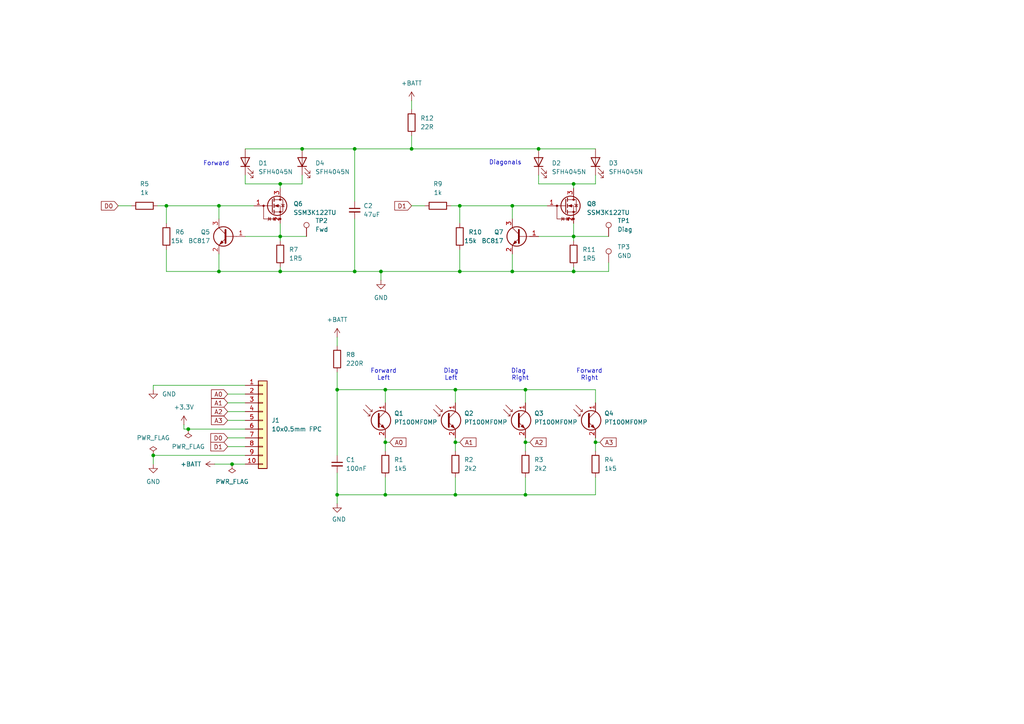
<source format=kicad_sch>
(kicad_sch (version 20250114) (generator "eeschema") (generator_version "9.0")
  (paper "A4")
  (lib_symbols
    (symbol "Connector:TestPoint" (pin_numbers (hide yes)) (pin_names (offset 0.762) (hide yes))
      (property "Reference" "TP" (at 0 6.858 0))
      (property "Value" "TestPoint" (at 0 5.08 0))
      (symbol "TestPoint_0_1"
        (circle (center 0 3.302) (radius 0.762))
      )
      (symbol "TestPoint_1_1"
        (pin passive line (at 0 0 90) (length 2.54) (name "1") (number "1"))
      )
    )
    (symbol "Connector_Generic:Conn_01x10" (pin_names (offset 1.016) (hide yes))
      (property "Reference" "J" (at 0 12.7 0))
      (property "Value" "Conn_01x10" (at 0 -15.24 0))
      (symbol "Conn_01x10_1_1"
        (rectangle (start -1.27 11.43) (end 1.27 -13.97) (stroke (width 0.254)) (fill (type background)))
        (rectangle (start -1.27 10.287) (end 0 10.033) (stroke (width 0.1524)))
        (rectangle (start -1.27 7.747) (end 0 7.493) (stroke (width 0.1524)))
        (rectangle (start -1.27 5.207) (end 0 4.953) (stroke (width 0.1524)))
        (rectangle (start -1.27 2.667) (end 0 2.413) (stroke (width 0.1524)))
        (rectangle (start -1.27 0.127) (end 0 -0.127) (stroke (width 0.1524)))
        (rectangle (start -1.27 -2.413) (end 0 -2.667) (stroke (width 0.1524)))
        (rectangle (start -1.27 -4.953) (end 0 -5.207) (stroke (width 0.1524)))
        (rectangle (start -1.27 -7.493) (end 0 -7.747) (stroke (width 0.1524)))
        (rectangle (start -1.27 -10.033) (end 0 -10.287) (stroke (width 0.1524)))
        (rectangle (start -1.27 -12.573) (end 0 -12.827) (stroke (width 0.1524)))
        (pin passive line (at -5.08 10.16 0) (length 3.81) (name "Pin_1") (number "1"))
        (pin passive line (at -5.08 7.62 0) (length 3.81) (name "Pin_2") (number "2"))
        (pin passive line (at -5.08 5.08 0) (length 3.81) (name "Pin_3") (number "3"))
        (pin passive line (at -5.08 2.54 0) (length 3.81) (name "Pin_4") (number "4"))
        (pin passive line (at -5.08 0 0) (length 3.81) (name "Pin_5") (number "5"))
        (pin passive line (at -5.08 -2.54 0) (length 3.81) (name "Pin_6") (number "6"))
        (pin passive line (at -5.08 -5.08 0) (length 3.81) (name "Pin_7") (number "7"))
        (pin passive line (at -5.08 -7.62 0) (length 3.81) (name "Pin_8") (number "8"))
        (pin passive line (at -5.08 -10.16 0) (length 3.81) (name "Pin_9") (number "9"))
        (pin passive line (at -5.08 -12.7 0) (length 3.81) (name "Pin_10") (number "10"))
      )
    )
    (symbol "Device:C_Small" (pin_numbers (hide yes)) (pin_names (offset 0.254) (hide yes))
      (property "Reference" "C" (at 0.254 1.778 0))
      (property "Value" "C_Small" (at 0.254 -2.032 0))
      (symbol "C_Small_0_1"
        (polyline (pts (xy -1.524 0.508) (xy 1.524 0.508)) (stroke (width 0.3048)))
        (polyline (pts (xy -1.524 -0.508) (xy 1.524 -0.508)) (stroke (width 0.3302)))
      )
      (symbol "C_Small_1_1"
        (pin passive line (at 0 2.54 270) (length 2.032) (name "~") (number "1"))
        (pin passive line (at 0 -2.54 90) (length 2.032) (name "~") (number "2"))
      )
    )
    (symbol "Device:R" (pin_numbers (hide yes)) (pin_names (offset 0))
      (property "Reference" "R" (at 2.032 0 90))
      (property "Value" "R" (at 0 0 90))
      (symbol "R_0_1"
        (rectangle (start -1.016 -2.54) (end 1.016 2.54) (stroke (width 0.254)))
      )
      (symbol "R_1_1"
        (pin passive line (at 0 3.81 270) (length 1.27) (name "~") (number "1"))
        (pin passive line (at 0 -3.81 90) (length 1.27) (name "~") (number "2"))
      )
    )
    (symbol "LED:IR26-21C_L110_TR8" (pin_numbers (hide yes)) (pin_names (offset 1.016) (hide yes))
      (property "Reference" "D" (at 0 2.54 0))
      (property "Value" "IR26-21C_L110_TR8" (at 0 -3.81 0))
      (symbol "IR26-21C_L110_TR8_0_1"
        (polyline (pts (xy -3.048 -0.762) (xy -4.572 -2.286) (xy -3.81 -2.286) (xy -4.572 -2.286) (xy -4.572 -1.524)))
        (polyline (pts (xy -1.778 -0.762) (xy -3.302 -2.286) (xy -2.54 -2.286) (xy -3.302 -2.286) (xy -3.302 -1.524)))
        (polyline (pts (xy -1.27 0) (xy 1.27 0)))
        (polyline (pts (xy -1.27 -1.27) (xy -1.27 1.27)) (stroke (width 0.254)))
        (polyline (pts (xy 1.27 -1.27) (xy 1.27 1.27) (xy -1.27 0) (xy 1.27 -1.27)) (stroke (width 0.254)))
      )
      (symbol "IR26-21C_L110_TR8_1_1"
        (pin passive line (at -3.81 0 0) (length 2.54) (name "K") (number "1"))
        (pin passive line (at 3.81 0 180) (length 2.54) (name "A") (number "2"))
      )
    )
    (symbol "Sensor_Optical:BPW40" (pin_names (offset 0) (hide yes))
      (property "Reference" "Q" (at 5.08 1.27 0))
      (property "Value" "BPW40" (at 5.08 -1.27 0))
      (symbol "BPW40_0_1"
        (polyline (pts (xy -3.81 3.175) (xy -1.905 1.27) (xy -1.905 1.905)))
        (polyline (pts (xy -3.175 4.445) (xy -1.27 2.54) (xy -1.27 3.175)))
        (polyline (pts (xy -1.905 1.27) (xy -2.54 1.27)))
        (polyline (pts (xy -1.27 2.54) (xy -1.905 2.54)))
        (polyline (pts (xy 0.635 1.905) (xy 0.635 -1.905)) (stroke (width 0.508)))
        (polyline (pts (xy 0.635 0.635) (xy 2.54 2.54)))
        (polyline (pts (xy 0.635 -0.635) (xy 2.54 -2.54)))
        (circle (center 1.27 0) (radius 2.8194) (stroke (width 0.254)))
        (polyline (pts (xy 1.27 -1.778) (xy 1.778 -1.27) (xy 2.286 -2.286) (xy 1.27 -1.778)) (fill (type outline)))
      )
      (symbol "BPW40_1_1"
        (pin passive line (at 2.54 5.08 270) (length 2.54) (name "C") (number "1"))
        (pin passive line (at 2.54 -5.08 90) (length 2.54) (name "E") (number "2"))
      )
    )
    (symbol "Transistor_BJT:BC817" (pin_names (offset 0) (hide yes))
      (property "Reference" "Q" (at 5.08 1.905 0))
      (property "Value" "BC817" (at 5.08 0 0))
      (symbol "BC817_0_1"
        (polyline (pts (xy -2.54 0) (xy 0.635 0)))
        (polyline (pts (xy 0.635 1.905) (xy 0.635 -1.905)) (stroke (width 0.508)))
        (circle (center 1.27 0) (radius 2.8194) (stroke (width 0.254)))
      )
      (symbol "BC817_1_1"
        (polyline (pts (xy 0.635 0.635) (xy 2.54 2.54)))
        (polyline (pts (xy 0.635 -0.635) (xy 2.54 -2.54)))
        (polyline (pts (xy 1.27 -1.778) (xy 1.778 -1.27) (xy 2.286 -2.286) (xy 1.27 -1.778)) (fill (type outline)))
        (pin input line (at -5.08 0 0) (length 2.54) (name "B") (number "1"))
        (pin passive line (at 2.54 5.08 270) (length 2.54) (name "C") (number "3"))
        (pin passive line (at 2.54 -5.08 90) (length 2.54) (name "E") (number "2"))
      )
    )
    (symbol "Transistor_FET:DMG1012T" (pin_names (offset 0) (hide yes))
      (property "Reference" "Q" (at 5.08 1.905 0))
      (property "Value" "DMG1012T" (at 5.08 0 0))
      (symbol "DMG1012T_0_1"
        (polyline (pts (xy 2.54 -3.81) (xy -2.286 -3.81) (xy -2.286 0)))
      )
      (symbol "DMG1012T_1_1"
        (circle (center -2.286 0) (radius 0.254) (fill (type outline)))
        (polyline (pts (xy -1.016 -4.318) (xy -0.889 -4.191) (xy -0.889 -3.429) (xy -0.762 -3.302)))
        (polyline (pts (xy -0.889 -3.81) (xy -0.254 -4.191) (xy -0.254 -3.429) (xy -0.889 -3.81)))
        (polyline (pts (xy 0.254 1.905) (xy 0.254 -1.905)) (stroke (width 0.254)))
        (polyline (pts (xy 0.254 0) (xy -2.54 0)))
        (polyline (pts (xy 0.762 2.286) (xy 0.762 1.27)) (stroke (width 0.254)))
        (polyline (pts (xy 0.762 0.508) (xy 0.762 -0.508)) (stroke (width 0.254)))
        (polyline (pts (xy 0.762 -1.27) (xy 0.762 -2.286)) (stroke (width 0.254)))
        (polyline (pts (xy 0.762 -1.778) (xy 3.302 -1.778) (xy 3.302 1.778) (xy 0.762 1.778)))
        (polyline (pts (xy 1.016 0) (xy 2.032 0.381) (xy 2.032 -0.381) (xy 1.016 0)) (fill (type outline)))
        (polyline (pts (xy 1.143 -3.81) (xy 0.508 -3.429) (xy 0.508 -4.191) (xy 1.143 -3.81)))
        (polyline (pts (xy 1.27 -3.302) (xy 1.143 -3.429) (xy 1.143 -4.191) (xy 1.016 -4.318)))
        (circle (center 1.651 0) (radius 2.794) (stroke (width 0.254)))
        (polyline (pts (xy 2.54 2.54) (xy 2.54 1.778)))
        (circle (center 2.54 1.778) (radius 0.254) (fill (type outline)))
        (circle (center 2.54 -1.778) (radius 0.254) (fill (type outline)))
        (polyline (pts (xy 2.54 -2.54) (xy 2.54 0) (xy 0.762 0)))
        (circle (center 2.54 -3.81) (radius 0.254) (fill (type outline)))
        (polyline (pts (xy 2.794 0.508) (xy 2.921 0.381) (xy 3.683 0.381) (xy 3.81 0.254)))
        (polyline (pts (xy 3.302 0.381) (xy 2.921 -0.254) (xy 3.683 -0.254) (xy 3.302 0.381)))
        (pin input line (at -5.08 0 0) (length 2.54) (name "G") (number "1"))
        (pin passive line (at 2.54 5.08 270) (length 2.54) (name "D") (number "3"))
        (pin passive line (at 2.54 -5.08 90) (length 2.54) (name "S") (number "2"))
      )
    )
    (symbol "power:+3.3V" (power) (pin_numbers (hide yes)) (pin_names (offset 0) (hide yes))
      (property "Value" "+3.3V" (at 0 3.556 0))
      (symbol "+3.3V_0_1"
        (polyline (pts (xy -0.762 1.27) (xy 0 2.54)))
        (polyline (pts (xy 0 2.54) (xy 0.762 1.27)))
        (polyline (pts (xy 0 0) (xy 0 2.54)))
      )
      (symbol "+3.3V_1_1"
        (pin power_in line (at 0 0 90) (length 0) (name "~") (number "1"))
      )
    )
    (symbol "power:+BATT" (power) (pin_numbers (hide yes)) (pin_names (offset 0) (hide yes))
      (property "Value" "+BATT" (at 0 3.556 0))
      (symbol "+BATT_0_1"
        (polyline (pts (xy -0.762 1.27) (xy 0 2.54)))
        (polyline (pts (xy 0 2.54) (xy 0.762 1.27)))
        (polyline (pts (xy 0 0) (xy 0 2.54)))
      )
      (symbol "+BATT_1_1"
        (pin power_in line (at 0 0 90) (length 0) (name "~") (number "1"))
      )
    )
    (symbol "power:GND" (power) (pin_numbers (hide yes)) (pin_names (offset 0) (hide yes))
      (property "Value" "GND" (at 0 -3.81 0))
      (symbol "GND_0_1"
        (polyline (pts (xy 0 0) (xy 0 -1.27) (xy 1.27 -1.27) (xy 0 -2.54) (xy -1.27 -1.27) (xy 0 -1.27)))
      )
      (symbol "GND_1_1"
        (pin power_in line (at 0 0 270) (length 0) (name "~") (number "1"))
      )
    )
    (symbol "power:GNDA" (power) (pin_numbers (hide yes)) (pin_names (offset 0) (hide yes))
      (property "Value" "GNDA" (at 0 -3.81 0))
      (symbol "GNDA_0_1"
        (polyline (pts (xy 0 0) (xy 0 -1.27) (xy 1.27 -1.27) (xy 0 -2.54) (xy -1.27 -1.27) (xy 0 -1.27)))
      )
      (symbol "GNDA_1_1"
        (pin power_in line (at 0 0 270) (length 0) (name "~") (number "1"))
      )
    )
    (symbol "power:PWR_FLAG" (power) (pin_numbers (hide yes)) (pin_names (offset 0) (hide yes))
      (property "Value" "PWR_FLAG" (at 0 3.81 0))
      (symbol "PWR_FLAG_0_0"
        (pin power_out line (at 0 0 90) (length 0) (name "~") (number "1"))
      )
      (symbol "PWR_FLAG_0_1"
        (polyline (pts (xy 0 0) (xy 0 1.27) (xy -1.016 1.905) (xy 0 2.54) (xy 1.016 1.905) (xy 0 1.27)))
      )
    )
  )
  (text "Forward\nLeft" (at 111.252 108.712 0) (effects (font (size 1.27 1.27))))
  (text "Diag \nRight" (at 150.876 108.712 0) (effects (font (size 1.27 1.27))))
  (text "Diag\nLeft" (at 130.81 108.712 0) (effects (font (size 1.27 1.27))))
  (text "Diagonals" (at 146.558 47.244 0) (effects (font (size 1.27 1.27))))
  (text "Forward" (at 62.738 47.498 0) (effects (font (size 1.27 1.27))))
  (text "Forward\nRight" (at 170.942 108.712 0) (effects (font (size 1.27 1.27))))
  (junction (at 48.26 59.69))
  (junction (at 152.4 143.51))
  (junction (at 166.37 53.34))
  (junction (at 44.45 132.08))
  (junction (at 63.5 59.69))
  (junction (at 81.28 53.34))
  (junction (at 152.4 113.03))
  (junction (at 97.79 143.51))
  (junction (at 81.28 78.74))
  (junction (at 156.21 43.18))
  (junction (at 102.87 78.74))
  (junction (at 132.08 143.51))
  (junction (at 111.76 128.27))
  (junction (at 111.76 113.03))
  (junction (at 111.76 143.51))
  (junction (at 63.5 78.74))
  (junction (at 102.87 43.18))
  (junction (at 172.72 128.27))
  (junction (at 133.35 78.74))
  (junction (at 166.37 78.74))
  (junction (at 54.61 124.46))
  (junction (at 132.08 128.27))
  (junction (at 97.79 113.03))
  (junction (at 110.49 78.74))
  (junction (at 119.38 43.18))
  (junction (at 166.37 68.58))
  (junction (at 148.59 59.69))
  (junction (at 132.08 113.03))
  (junction (at 81.28 68.58))
  (junction (at 67.31 134.62))
  (junction (at 152.4 128.27))
  (junction (at 87.63 43.18))
  (junction (at 148.59 78.74))
  (junction (at 133.35 59.69))
  (wire (pts (xy 156.21 43.18) (xy 172.72 43.18)))
  (wire (pts (xy 110.49 78.74) (xy 133.35 78.74)))
  (wire (pts (xy 111.76 138.43) (xy 111.76 143.51)))
  (wire (pts (xy 63.5 59.69) (xy 48.26 59.69)))
  (wire (pts (xy 81.28 68.58) (xy 88.9 68.58)))
  (wire (pts (xy 48.26 59.69) (xy 48.26 64.77)))
  (wire (pts (xy 44.45 111.76) (xy 44.45 113.03)))
  (wire (pts (xy 110.49 81.28) (xy 110.49 78.74)))
  (wire (pts (xy 97.79 113.03) (xy 97.79 132.08)))
  (wire (pts (xy 111.76 113.03) (xy 111.76 116.84)))
  (wire (pts (xy 172.72 128.27) (xy 172.72 127)))
  (wire (pts (xy 148.59 78.74) (xy 166.37 78.74)))
  (wire (pts (xy 152.4 143.51) (xy 172.72 143.51)))
  (wire (pts (xy 133.35 72.39) (xy 133.35 78.74)))
  (wire (pts (xy 66.04 119.38) (xy 71.12 119.38)))
  (wire (pts (xy 156.21 53.34) (xy 156.21 50.8)))
  (wire (pts (xy 66.04 127) (xy 71.12 127)))
  (wire (pts (xy 166.37 64.77) (xy 166.37 68.58)))
  (wire (pts (xy 172.72 138.43) (xy 172.72 143.51)))
  (wire (pts (xy 81.28 64.77) (xy 81.28 68.58)))
  (wire (pts (xy 132.08 128.27) (xy 132.08 127)))
  (wire (pts (xy 102.87 43.18) (xy 119.38 43.18)))
  (wire (pts (xy 111.76 128.27) (xy 111.76 127)))
  (wire (pts (xy 45.72 59.69) (xy 48.26 59.69)))
  (wire (pts (xy 63.5 78.74) (xy 81.28 78.74)))
  (wire (pts (xy 119.38 29.21) (xy 119.38 31.75)))
  (wire (pts (xy 176.53 78.74) (xy 166.37 78.74)))
  (wire (pts (xy 148.59 59.69) (xy 148.59 63.5)))
  (wire (pts (xy 111.76 130.81) (xy 111.76 128.27)))
  (wire (pts (xy 172.72 50.8) (xy 172.72 53.34)))
  (wire (pts (xy 63.5 59.69) (xy 63.5 63.5)))
  (wire (pts (xy 62.23 134.62) (xy 67.31 134.62)))
  (wire (pts (xy 132.08 113.03) (xy 152.4 113.03)))
  (wire (pts (xy 152.4 113.03) (xy 172.72 113.03)))
  (wire (pts (xy 172.72 130.81) (xy 172.72 128.27)))
  (wire (pts (xy 97.79 107.95) (xy 97.79 113.03)))
  (wire (pts (xy 158.75 59.69) (xy 148.59 59.69)))
  (wire (pts (xy 97.79 146.05) (xy 97.79 143.51)))
  (wire (pts (xy 133.35 59.69) (xy 133.35 64.77)))
  (wire (pts (xy 119.38 59.69) (xy 123.19 59.69)))
  (wire (pts (xy 133.35 128.27) (xy 132.08 128.27)))
  (wire (pts (xy 87.63 50.8) (xy 87.63 53.34)))
  (wire (pts (xy 133.35 78.74) (xy 148.59 78.74)))
  (wire (pts (xy 54.61 124.46) (xy 71.12 124.46)))
  (wire (pts (xy 71.12 53.34) (xy 71.12 50.8)))
  (wire (pts (xy 148.59 59.69) (xy 133.35 59.69)))
  (wire (pts (xy 132.08 113.03) (xy 132.08 116.84)))
  (wire (pts (xy 132.08 138.43) (xy 132.08 143.51)))
  (wire (pts (xy 172.72 113.03) (xy 172.72 116.84)))
  (wire (pts (xy 132.08 130.81) (xy 132.08 128.27)))
  (wire (pts (xy 66.04 114.3) (xy 71.12 114.3)))
  (wire (pts (xy 81.28 77.47) (xy 81.28 78.74)))
  (wire (pts (xy 166.37 53.34) (xy 156.21 53.34)))
  (wire (pts (xy 71.12 43.18) (xy 87.63 43.18)))
  (wire (pts (xy 48.26 78.74) (xy 63.5 78.74)))
  (wire (pts (xy 152.4 128.27) (xy 152.4 127)))
  (wire (pts (xy 71.12 111.76) (xy 44.45 111.76)))
  (wire (pts (xy 102.87 63.5) (xy 102.87 78.74)))
  (wire (pts (xy 67.31 134.62) (xy 71.12 134.62)))
  (wire (pts (xy 132.08 143.51) (xy 152.4 143.51)))
  (wire (pts (xy 97.79 137.16) (xy 97.79 143.51)))
  (wire (pts (xy 87.63 53.34) (xy 81.28 53.34)))
  (wire (pts (xy 66.04 116.84) (xy 71.12 116.84)))
  (wire (pts (xy 152.4 113.03) (xy 152.4 116.84)))
  (wire (pts (xy 166.37 53.34) (xy 166.37 54.61)))
  (wire (pts (xy 148.59 73.66) (xy 148.59 78.74)))
  (wire (pts (xy 34.29 59.69) (xy 38.1 59.69)))
  (wire (pts (xy 153.67 128.27) (xy 152.4 128.27)))
  (wire (pts (xy 81.28 68.58) (xy 81.28 69.85)))
  (wire (pts (xy 53.34 124.46) (xy 54.61 124.46)))
  (wire (pts (xy 44.45 134.62) (xy 44.45 132.08)))
  (wire (pts (xy 66.04 129.54) (xy 71.12 129.54)))
  (wire (pts (xy 152.4 130.81) (xy 152.4 128.27)))
  (wire (pts (xy 71.12 68.58) (xy 81.28 68.58)))
  (wire (pts (xy 166.37 68.58) (xy 166.37 69.85)))
  (wire (pts (xy 87.63 43.18) (xy 102.87 43.18)))
  (wire (pts (xy 119.38 39.37) (xy 119.38 43.18)))
  (wire (pts (xy 111.76 113.03) (xy 132.08 113.03)))
  (wire (pts (xy 63.5 73.66) (xy 63.5 78.74)))
  (wire (pts (xy 156.21 68.58) (xy 166.37 68.58)))
  (wire (pts (xy 173.99 128.27) (xy 172.72 128.27)))
  (wire (pts (xy 97.79 143.51) (xy 111.76 143.51)))
  (wire (pts (xy 172.72 53.34) (xy 166.37 53.34)))
  (wire (pts (xy 111.76 143.51) (xy 132.08 143.51)))
  (wire (pts (xy 113.03 128.27) (xy 111.76 128.27)))
  (wire (pts (xy 44.45 132.08) (xy 71.12 132.08)))
  (wire (pts (xy 166.37 77.47) (xy 166.37 78.74)))
  (wire (pts (xy 166.37 68.58) (xy 176.53 68.58)))
  (wire (pts (xy 73.66 59.69) (xy 63.5 59.69)))
  (wire (pts (xy 119.38 43.18) (xy 156.21 43.18)))
  (wire (pts (xy 176.53 76.2) (xy 176.53 78.74)))
  (wire (pts (xy 97.79 97.79) (xy 97.79 100.33)))
  (wire (pts (xy 48.26 72.39) (xy 48.26 78.74)))
  (wire (pts (xy 97.79 113.03) (xy 111.76 113.03)))
  (wire (pts (xy 110.49 78.74) (xy 102.87 78.74)))
  (wire (pts (xy 130.81 59.69) (xy 133.35 59.69)))
  (wire (pts (xy 102.87 58.42) (xy 102.87 43.18)))
  (wire (pts (xy 81.28 53.34) (xy 81.28 54.61)))
  (wire (pts (xy 66.04 121.92) (xy 71.12 121.92)))
  (wire (pts (xy 152.4 138.43) (xy 152.4 143.51)))
  (wire (pts (xy 53.34 123.19) (xy 53.34 124.46)))
  (wire (pts (xy 81.28 78.74) (xy 102.87 78.74)))
  (wire (pts (xy 81.28 53.34) (xy 71.12 53.34)))
  (global_label "A0" (shape input) (at 113.03 128.27 0) (property "Intersheetrefs" "${INTERSHEET_REFS}" (effects (hide yes))))
  (global_label "A3" (shape input) (at 173.99 128.27 0) (property "Intersheetrefs" "${INTERSHEET_REFS}" (effects (hide yes))))
  (global_label "D1" (shape input) (at 119.38 59.69 180) (property "Intersheetrefs" "${INTERSHEET_REFS}" (effects (hide yes))))
  (global_label "A2" (shape input) (at 66.04 119.38 180) (property "Intersheetrefs" "${INTERSHEET_REFS}" (effects (hide yes))))
  (global_label "A2" (shape input) (at 153.67 128.27 0) (property "Intersheetrefs" "${INTERSHEET_REFS}" (effects (hide yes))))
  (global_label "D1" (shape input) (at 66.04 129.54 180) (property "Intersheetrefs" "${INTERSHEET_REFS}" (effects (hide yes))))
  (global_label "A0" (shape input) (at 66.04 114.3 180) (property "Intersheetrefs" "${INTERSHEET_REFS}" (effects (hide yes))))
  (global_label "A1" (shape input) (at 133.35 128.27 0) (property "Intersheetrefs" "${INTERSHEET_REFS}" (effects (hide yes))))
  (global_label "D0" (shape input) (at 66.04 127 180) (property "Intersheetrefs" "${INTERSHEET_REFS}" (effects (hide yes))))
  (global_label "A3" (shape input) (at 66.04 121.92 180) (property "Intersheetrefs" "${INTERSHEET_REFS}" (effects (hide yes))))
  (global_label "D0" (shape input) (at 34.29 59.69 180) (property "Intersheetrefs" "${INTERSHEET_REFS}" (effects (hide yes))))
  (global_label "A1" (shape input) (at 66.04 116.84 180) (property "Intersheetrefs" "${INTERSHEET_REFS}" (effects (hide yes))))
  (symbol (lib_id "Device:R") (at 48.26 68.58 0) (unit 1)
    (property "Reference" "R6" (at 50.8 67.31 0) (effects (justify left)))
    (property "Value" "15k" (at 49.53 69.85 0) (effects (justify left)))
    (property "Footprint" "Resistor_SMD:R_0805_2012Metric" (effects (hide yes)))
  )
  (symbol (lib_id "power:+BATT") (at 62.23 134.62 90) (unit 1)
    (property "Reference" "#PWR07" (effects (hide yes)))
    (property "Value" "+BATT" (at 58.42 134.62 90) (effects (justify left)))
    (property "Description" "Power symbol creates a global label with name \"+BATT\"" (effects (hide yes)))
  )
  (symbol (lib_id "Device:R") (at 81.28 73.66 0) (unit 1)
    (property "Reference" "R7" (at 83.82 72.3899 0) (effects (justify left)))
    (property "Value" "1R5" (at 83.82 74.9299 0) (effects (justify left)))
    (property "Footprint" "Resistor_SMD:R_0805_2012Metric" (effects (hide yes)))
  )
  (symbol (lib_id "Device:R") (at 166.37 73.66 0) (unit 1)
    (property "Reference" "R11" (at 168.91 72.3899 0) (effects (justify left)))
    (property "Value" "1R5" (at 168.91 74.9299 0) (effects (justify left)))
    (property "Footprint" "Resistor_SMD:R_0805_2012Metric" (effects (hide yes)))
  )
  (symbol (lib_id "Device:R") (at 152.4 134.62 0) (unit 1)
    (property "Reference" "R3" (at 154.94 133.3499 0) (effects (justify left)))
    (property "Value" "2k2" (at 154.94 135.8899 0) (effects (justify left)))
    (property "Footprint" "Resistor_SMD:R_0805_2012Metric" (effects (hide yes)))
  )
  (symbol (lib_id "Sensor_Optical:BPW40") (at 109.22 121.92 0) (unit 1)
    (property "Reference" "Q1" (at 114.3 119.9006 0) (effects (justify left)))
    (property "Value" "PT100MF0MP" (at 114.3 122.4406 0) (effects (justify left)))
    (property "Footprint" "MyOpto:PT100_SHP_H" (effects (hide yes)))
    (property "Datasheet" "https://www.rcscomponents.kiev.ua/datasheets/bpw40.pdf" (effects (hide yes)))
  )
  (symbol (lib_id "power:GNDA") (at 44.45 113.03 0) (unit 1)
    (property "Reference" "#PWR05" (effects (hide yes)))
    (property "Value" "GND" (at 46.99 114.2999 0) (effects (justify left)))
    (property "Description" "Power symbol creates a global label with name \"GNDA\" , analog ground" (effects (hide yes)))
  )
  (symbol (lib_id "Device:R") (at 127 59.69 90) (unit 1)
    (property "Reference" "R9" (at 127 53.34 90))
    (property "Value" "1k" (at 127 55.88 90))
    (property "Footprint" "Resistor_SMD:R_0805_2012Metric" (effects (hide yes)))
  )
  (symbol (lib_id "Device:C_Small") (at 97.79 134.62 0) (unit 1)
    (property "Reference" "C1" (at 100.33 133.3563 0) (effects (justify left)))
    (property "Value" "100nF" (at 100.33 135.8963 0) (effects (justify left)))
    (property "Footprint" "Capacitor_SMD:C_0805_2012Metric" (effects (hide yes)))
  )
  (symbol (lib_id "Connector:TestPoint") (at 88.9 68.58 0) (unit 1)
    (property "Reference" "TP2" (at 91.44 64.0079 0) (effects (justify left)))
    (property "Value" "Fwd" (at 91.44 66.5479 0) (effects (justify left)))
    (property "Footprint" "TestPoint:TestPoint_Pad_D1.5mm" (effects (hide yes)))
    (property "Description" "test point" (effects (hide yes)))
  )
  (symbol (lib_id "Sensor_Optical:BPW40") (at 149.86 121.92 0) (unit 1)
    (property "Reference" "Q3" (at 154.94 119.9007 0) (effects (justify left)))
    (property "Value" "PT100MF0MP" (at 154.94 122.4407 0) (effects (justify left)))
    (property "Footprint" "MyOpto:PT100_SHP_H" (effects (hide yes)))
    (property "Datasheet" "https://www.rcscomponents.kiev.ua/datasheets/bpw40.pdf" (effects (hide yes)))
  )
  (symbol (lib_id "Device:R") (at 133.35 68.58 0) (unit 1)
    (property "Reference" "R10" (at 135.89 67.31 0) (effects (justify left)))
    (property "Value" "15k" (at 134.62 69.85 0) (effects (justify left)))
    (property "Footprint" "Resistor_SMD:R_0805_2012Metric" (effects (hide yes)))
  )
  (symbol (lib_id "Device:R") (at 172.72 134.62 0) (unit 1)
    (property "Reference" "R4" (at 175.26 133.3499 0) (effects (justify left)))
    (property "Value" "1k5" (at 175.26 135.8899 0) (effects (justify left)))
    (property "Footprint" "Resistor_SMD:R_0805_2012Metric" (effects (hide yes)))
  )
  (symbol (lib_id "Sensor_Optical:BPW40") (at 170.18 121.92 0) (unit 1)
    (property "Reference" "Q4" (at 175.26 119.9006 0) (effects (justify left)))
    (property "Value" "PT100MF0MP" (at 175.26 122.4406 0) (effects (justify left)))
    (property "Footprint" "MyOpto:PT100_SHP_H" (effects (hide yes)))
    (property "Datasheet" "https://www.rcscomponents.kiev.ua/datasheets/bpw40.pdf" (effects (hide yes)))
  )
  (symbol (lib_id "Device:R") (at 119.38 35.56 0) (unit 1)
    (property "Reference" "R12" (at 121.92 34.2899 0) (effects (justify left)))
    (property "Value" "22R" (at 121.92 36.8299 0) (effects (justify left)))
    (property "Footprint" "Resistor_SMD:R_0805_2012Metric" (effects (hide yes)))
  )
  (symbol (lib_id "LED:IR26-21C_L110_TR8") (at 172.72 46.99 90) (unit 1)
    (property "Reference" "D3" (at 176.53 47.3074 90) (effects (justify right)))
    (property "Value" "SFH4045N" (at 176.53 49.8474 90) (effects (justify right)))
    (property "Footprint" "MyOpto:LED_SFH_4045N" (effects (hide yes)))
    (property "Datasheet" "http://www.everlight.com/file/ProductFile/IR26-21C-L110-TR8.pdf" (effects (hide yes)))
  )
  (symbol (lib_id "Connector:TestPoint") (at 176.53 68.58 0) (unit 1)
    (property "Reference" "TP1" (at 179.07 64.0079 0) (effects (justify left)))
    (property "Value" "Diag" (at 179.07 66.5479 0) (effects (justify left)))
    (property "Footprint" "TestPoint:TestPoint_Pad_D1.5mm" (effects (hide yes)))
    (property "Description" "test point" (effects (hide yes)))
  )
  (symbol (lib_id "power:PWR_FLAG") (at 54.61 124.46 180) (unit 1)
    (property "Reference" "#FLG04" (effects (hide yes)))
    (property "Value" "PWR_FLAG" (at 54.61 129.54 0))
    (property "Description" "Special symbol for telling ERC where power comes from" (effects (hide yes)))
  )
  (symbol (lib_id "Device:R") (at 41.91 59.69 90) (unit 1)
    (property "Reference" "R5" (at 41.91 53.34 90))
    (property "Value" "1k" (at 41.91 55.88 90))
    (property "Footprint" "Resistor_SMD:R_0805_2012Metric" (effects (hide yes)))
  )
  (symbol (lib_id "LED:IR26-21C_L110_TR8") (at 71.12 46.99 90) (unit 1)
    (property "Reference" "D1" (at 74.93 47.3074 90) (effects (justify right)))
    (property "Value" "SFH4045N" (at 74.93 49.8474 90) (effects (justify right)))
    (property "Footprint" "MyOpto:LED_SFH_4045N" (effects (hide yes)))
    (property "Datasheet" "http://www.everlight.com/file/ProductFile/IR26-21C-L110-TR8.pdf" (effects (hide yes)))
  )
  (symbol (lib_id "power:PWR_FLAG") (at 44.45 132.08 0) (unit 1)
    (property "Reference" "#FLG02" (effects (hide yes)))
    (property "Value" "PWR_FLAG" (at 44.45 127 0))
    (property "Description" "Special symbol for telling ERC where power comes from" (effects (hide yes)))
  )
  (symbol (lib_id "LED:IR26-21C_L110_TR8") (at 156.21 46.99 90) (unit 1)
    (property "Reference" "D2" (at 160.02 47.3074 90) (effects (justify right)))
    (property "Value" "SFH4045N" (at 160.02 49.8474 90) (effects (justify right)))
    (property "Footprint" "MyOpto:LED_SFH_4045N" (effects (hide yes)))
    (property "Datasheet" "http://www.everlight.com/file/ProductFile/IR26-21C-L110-TR8.pdf" (effects (hide yes)))
  )
  (symbol (lib_id "Transistor_FET:DMG1012T") (at 78.74 59.69 0) (unit 1)
    (property "Reference" "Q6" (at 85.09 59.1184 0) (effects (justify left)))
    (property "Value" "SSM3K122TU" (at 85.09 61.6584 0) (effects (justify left)))
    (property "Footprint" "MyOpto:UFM_TOS-M" (effects (hide yes)))
    (property "Datasheet" "https://www.diodes.com/assets/Datasheets/ds31783.pdf" (effects (hide yes)))
    (property "Description" "20V Vds, 0.63 Id, N-Channel MOSFET with ESD protection, SOT-523" (effects (hide yes)))
  )
  (symbol (lib_id "LED:IR26-21C_L110_TR8") (at 87.63 46.99 90) (unit 1)
    (property "Reference" "D4" (at 91.44 47.3074 90) (effects (justify right)))
    (property "Value" "SFH4045N" (at 91.44 49.8474 90) (effects (justify right)))
    (property "Footprint" "MyOpto:LED_SFH_4045N" (effects (hide yes)))
    (property "Datasheet" "http://www.everlight.com/file/ProductFile/IR26-21C-L110-TR8.pdf" (effects (hide yes)))
  )
  (symbol (lib_id "Transistor_BJT:BC817") (at 151.13 68.58 0) (mirror y) (unit 1)
    (property "Reference" "Q7" (at 146.05 67.31 0) (effects (justify left)))
    (property "Value" "BC817" (at 146.05 69.85 0) (effects (justify left)))
    (property "Footprint" "Package_TO_SOT_SMD:SOT-23" (effects (hide yes)))
    (property "Datasheet" "https://www.onsemi.com/pub/Collateral/BC818-D.pdf" (effects (hide yes)))
    (property "Description" "0.8A Ic, 45V Vce, NPN Transistor, SOT-23" (effects (hide yes)))
  )
  (symbol (lib_id "power:+BATT") (at 97.79 97.79 0) (unit 1)
    (property "Reference" "#PWR03" (effects (hide yes)))
    (property "Value" "+BATT" (at 97.79 92.71 0))
    (property "Description" "Power symbol creates a global label with name \"+BATT\"" (effects (hide yes)))
  )
  (symbol (lib_id "Device:R") (at 97.79 104.14 0) (unit 1)
    (property "Reference" "R8" (at 100.33 102.87 0) (effects (justify left)))
    (property "Value" "220R" (at 100.33 105.41 0) (effects (justify left)))
    (property "Footprint" "Resistor_SMD:R_0805_2012Metric" (effects (hide yes)))
  )
  (symbol (lib_id "power:+BATT") (at 119.38 29.21 0) (unit 1)
    (property "Reference" "#PWR01" (effects (hide yes)))
    (property "Value" "+BATT" (at 119.38 24.13 0))
    (property "Description" "Power symbol creates a global label with name \"+BATT\"" (effects (hide yes)))
  )
  (symbol (lib_id "Device:R") (at 111.76 134.62 0) (unit 1)
    (property "Reference" "R1" (at 114.3 133.3499 0) (effects (justify left)))
    (property "Value" "1k5" (at 114.3 135.8899 0) (effects (justify left)))
    (property "Footprint" "Resistor_SMD:R_0805_2012Metric" (effects (hide yes)))
  )
  (symbol (lib_id "Device:C_Small") (at 102.87 60.96 0) (unit 1)
    (property "Reference" "C2" (at 105.41 59.6962 0) (effects (justify left)))
    (property "Value" "47uF" (at 105.41 62.2362 0) (effects (justify left)))
    (property "Footprint" "Capacitor_SMD:C_1206_3216Metric" (effects (hide yes)))
  )
  (symbol (lib_id "power:GNDA") (at 97.79 146.05 0) (unit 1)
    (property "Reference" "#PWR04" (effects (hide yes)))
    (property "Value" "GND" (at 96.266 150.622 0) (effects (justify left)))
    (property "Description" "Power symbol creates a global label with name \"GNDA\" , analog ground" (effects (hide yes)))
  )
  (symbol (lib_id "power:+3.3V") (at 53.34 123.19 0) (unit 1)
    (property "Reference" "#PWR08" (effects (hide yes)))
    (property "Value" "+3.3V" (at 53.34 118.11 0))
    (property "Description" "Power symbol creates a global label with name \"+3.3V\"" (effects (hide yes)))
  )
  (symbol (lib_id "power:GND") (at 44.45 134.62 0) (unit 1)
    (property "Reference" "#PWR06" (effects (hide yes)))
    (property "Value" "GND" (at 44.45 139.7 0))
    (property "Description" "Power symbol creates a global label with name \"GND\" , ground" (effects (hide yes)))
  )
  (symbol (lib_id "Transistor_BJT:BC817") (at 66.04 68.58 0) (mirror y) (unit 1)
    (property "Reference" "Q5" (at 60.96 67.31 0) (effects (justify left)))
    (property "Value" "BC817" (at 60.96 69.85 0) (effects (justify left)))
    (property "Footprint" "Package_TO_SOT_SMD:SOT-23" (effects (hide yes)))
    (property "Datasheet" "https://www.onsemi.com/pub/Collateral/BC818-D.pdf" (effects (hide yes)))
    (property "Description" "0.8A Ic, 45V Vce, NPN Transistor, SOT-23" (effects (hide yes)))
  )
  (symbol (lib_id "Connector:TestPoint") (at 176.53 76.2 0) (unit 1)
    (property "Reference" "TP3" (at 179.07 71.6279 0) (effects (justify left)))
    (property "Value" "GND" (at 179.07 74.1679 0) (effects (justify left)))
    (property "Footprint" "TestPoint:TestPoint_THTPad_1.5x1.5mm_Drill0.7mm" (effects (hide yes)))
    (property "Description" "test point" (effects (hide yes)))
  )
  (symbol (lib_id "power:PWR_FLAG") (at 67.31 134.62 180) (unit 1)
    (property "Reference" "#FLG03" (effects (hide yes)))
    (property "Value" "PWR_FLAG" (at 67.31 139.7 0))
    (property "Description" "Special symbol for telling ERC where power comes from" (effects (hide yes)))
  )
  (symbol (lib_id "Connector_Generic:Conn_01x10") (at 76.2 121.92 0) (unit 1)
    (property "Reference" "J1" (at 78.74 121.92 0) (effects (justify left)))
    (property "Value" "10x0.5mm FPC" (at 78.74 124.46 0) (effects (justify left)))
    (property "Footprint" "MyPassives:SlimFPC_1x10-1MP_P0.5mm_Horizontal_ExtPads" (effects (hide yes)))
  )
  (symbol (lib_id "Device:R") (at 132.08 134.62 0) (unit 1)
    (property "Reference" "R2" (at 134.62 133.3499 0) (effects (justify left)))
    (property "Value" "2k2" (at 134.62 135.8899 0) (effects (justify left)))
    (property "Footprint" "Resistor_SMD:R_0805_2012Metric" (effects (hide yes)))
  )
  (symbol (lib_id "Transistor_FET:DMG1012T") (at 163.83 59.69 0) (unit 1)
    (property "Reference" "Q8" (at 170.18 59.1184 0) (effects (justify left)))
    (property "Value" "SSM3K122TU" (at 170.18 61.6584 0) (effects (justify left)))
    (property "Footprint" "MyOpto:UFM_TOS-M" (effects (hide yes)))
    (property "Datasheet" "https://www.diodes.com/assets/Datasheets/ds31783.pdf" (effects (hide yes)))
    (property "Description" "20V Vds, 0.63 Id, N-Channel MOSFET with ESD protection, SOT-523" (effects (hide yes)))
  )
  (symbol (lib_id "Sensor_Optical:BPW40") (at 129.54 121.92 0) (unit 1)
    (property "Reference" "Q2" (at 134.62 119.9006 0) (effects (justify left)))
    (property "Value" "PT100MF0MP" (at 134.62 122.4406 0) (effects (justify left)))
    (property "Footprint" "MyOpto:PT100_SHP_H" (effects (hide yes)))
    (property "Datasheet" "https://www.rcscomponents.kiev.ua/datasheets/bpw40.pdf" (effects (hide yes)))
  )
  (symbol (lib_id "power:GND") (at 110.49 81.28 0) (unit 1)
    (property "Reference" "#PWR02" (effects (hide yes)))
    (property "Value" "GND" (at 110.49 86.36 0))
    (property "Description" "Power symbol creates a global label with name \"GND\" , ground" (effects (hide yes)))
  )
)
</source>
